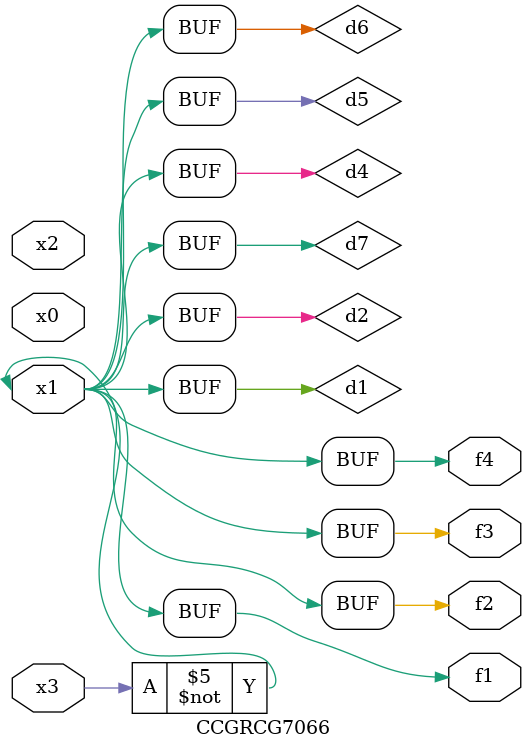
<source format=v>
module CCGRCG7066(
	input x0, x1, x2, x3,
	output f1, f2, f3, f4
);

	wire d1, d2, d3, d4, d5, d6, d7;

	not (d1, x3);
	buf (d2, x1);
	xnor (d3, d1, d2);
	nor (d4, d1);
	buf (d5, d1, d2);
	buf (d6, d4, d5);
	nand (d7, d4);
	assign f1 = d6;
	assign f2 = d7;
	assign f3 = d6;
	assign f4 = d6;
endmodule

</source>
